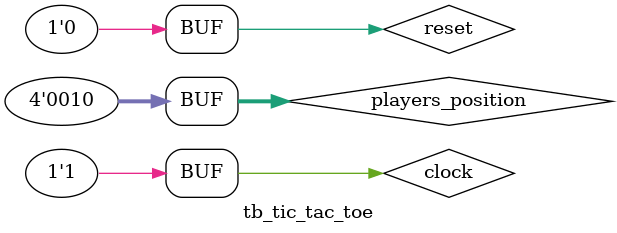
<source format=v>
`timescale 1ns / 1ps

module tb_tic_tac_toe;

 // Inputs
     reg clock; 
     reg reset;
     reg [3:0] players_position; 
 // Outputs
 
     wire [1:0] pos1,
                 pos2,
                 pos3,
                 pos4,
                 pos5,
                 pos6,
                 pos7,
                 pos8,
                 pos9;
    wire win; 
    wire[1:0]who ;
 // Instantiate the Unit Under Test (UUT)
 tic_tac_toe_game uut (
  .clock(clock), 
  .reset(reset), 
  .players_position( players_position),  
  .pos1(pos1), 
  .pos2(pos2), 
  .pos3(pos3), 
  .pos4(pos4), 
  .pos5(pos5), 
  .pos6(pos6), 
  .pos7(pos7), 
  .pos8(pos8), 
  .pos9(pos9), 
  .who(who),
  .win(win)
 );
 
 initial 
   begin
//  Initialize Inputs
  reset = 1;
  clock = 1;
  #100;
  reset = 0;
  #100;

 players_position= 4;


  #50;
 players_position = 0;

  #100;

 players_position = 5;

  #50;

players_position = 1;

  #100;

 players_position = 6;

  #50;
players_position = 2;

  end
      
endmodule

</source>
